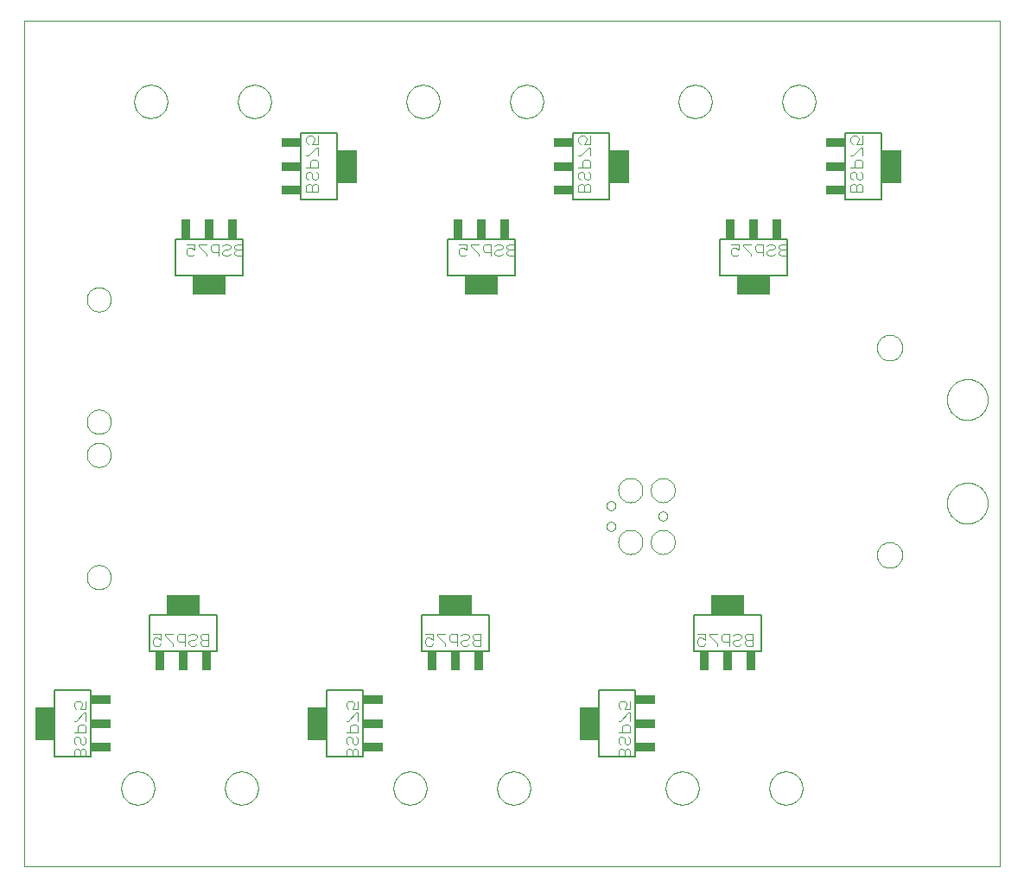
<source format=gbo>
G75*
%MOIN*%
%OFA0B0*%
%FSLAX24Y24*%
%IPPOS*%
%LPD*%
%AMOC8*
5,1,8,0,0,1.08239X$1,22.5*
%
%ADD10C,0.0000*%
%ADD11C,0.0080*%
%ADD12C,0.0040*%
%ADD13R,0.0730X0.1260*%
%ADD14R,0.0730X0.0340*%
%ADD15R,0.1260X0.0730*%
%ADD16R,0.0340X0.0730*%
D10*
X000100Y000204D02*
X000100Y032825D01*
X037720Y032825D01*
X037720Y000204D01*
X000100Y000204D01*
X003835Y003204D02*
X003837Y003254D01*
X003843Y003304D01*
X003853Y003353D01*
X003866Y003402D01*
X003884Y003449D01*
X003905Y003495D01*
X003929Y003538D01*
X003957Y003580D01*
X003988Y003620D01*
X004022Y003657D01*
X004059Y003691D01*
X004099Y003722D01*
X004141Y003750D01*
X004184Y003774D01*
X004230Y003795D01*
X004277Y003813D01*
X004326Y003826D01*
X004375Y003836D01*
X004425Y003842D01*
X004475Y003844D01*
X004525Y003842D01*
X004575Y003836D01*
X004624Y003826D01*
X004673Y003813D01*
X004720Y003795D01*
X004766Y003774D01*
X004809Y003750D01*
X004851Y003722D01*
X004891Y003691D01*
X004928Y003657D01*
X004962Y003620D01*
X004993Y003580D01*
X005021Y003538D01*
X005045Y003495D01*
X005066Y003449D01*
X005084Y003402D01*
X005097Y003353D01*
X005107Y003304D01*
X005113Y003254D01*
X005115Y003204D01*
X005113Y003154D01*
X005107Y003104D01*
X005097Y003055D01*
X005084Y003006D01*
X005066Y002959D01*
X005045Y002913D01*
X005021Y002870D01*
X004993Y002828D01*
X004962Y002788D01*
X004928Y002751D01*
X004891Y002717D01*
X004851Y002686D01*
X004809Y002658D01*
X004766Y002634D01*
X004720Y002613D01*
X004673Y002595D01*
X004624Y002582D01*
X004575Y002572D01*
X004525Y002566D01*
X004475Y002564D01*
X004425Y002566D01*
X004375Y002572D01*
X004326Y002582D01*
X004277Y002595D01*
X004230Y002613D01*
X004184Y002634D01*
X004141Y002658D01*
X004099Y002686D01*
X004059Y002717D01*
X004022Y002751D01*
X003988Y002788D01*
X003957Y002828D01*
X003929Y002870D01*
X003905Y002913D01*
X003884Y002959D01*
X003866Y003006D01*
X003853Y003055D01*
X003843Y003104D01*
X003837Y003154D01*
X003835Y003204D01*
X007835Y003204D02*
X007837Y003254D01*
X007843Y003304D01*
X007853Y003353D01*
X007866Y003402D01*
X007884Y003449D01*
X007905Y003495D01*
X007929Y003538D01*
X007957Y003580D01*
X007988Y003620D01*
X008022Y003657D01*
X008059Y003691D01*
X008099Y003722D01*
X008141Y003750D01*
X008184Y003774D01*
X008230Y003795D01*
X008277Y003813D01*
X008326Y003826D01*
X008375Y003836D01*
X008425Y003842D01*
X008475Y003844D01*
X008525Y003842D01*
X008575Y003836D01*
X008624Y003826D01*
X008673Y003813D01*
X008720Y003795D01*
X008766Y003774D01*
X008809Y003750D01*
X008851Y003722D01*
X008891Y003691D01*
X008928Y003657D01*
X008962Y003620D01*
X008993Y003580D01*
X009021Y003538D01*
X009045Y003495D01*
X009066Y003449D01*
X009084Y003402D01*
X009097Y003353D01*
X009107Y003304D01*
X009113Y003254D01*
X009115Y003204D01*
X009113Y003154D01*
X009107Y003104D01*
X009097Y003055D01*
X009084Y003006D01*
X009066Y002959D01*
X009045Y002913D01*
X009021Y002870D01*
X008993Y002828D01*
X008962Y002788D01*
X008928Y002751D01*
X008891Y002717D01*
X008851Y002686D01*
X008809Y002658D01*
X008766Y002634D01*
X008720Y002613D01*
X008673Y002595D01*
X008624Y002582D01*
X008575Y002572D01*
X008525Y002566D01*
X008475Y002564D01*
X008425Y002566D01*
X008375Y002572D01*
X008326Y002582D01*
X008277Y002595D01*
X008230Y002613D01*
X008184Y002634D01*
X008141Y002658D01*
X008099Y002686D01*
X008059Y002717D01*
X008022Y002751D01*
X007988Y002788D01*
X007957Y002828D01*
X007929Y002870D01*
X007905Y002913D01*
X007884Y002959D01*
X007866Y003006D01*
X007853Y003055D01*
X007843Y003104D01*
X007837Y003154D01*
X007835Y003204D01*
X014335Y003204D02*
X014337Y003254D01*
X014343Y003304D01*
X014353Y003353D01*
X014366Y003402D01*
X014384Y003449D01*
X014405Y003495D01*
X014429Y003538D01*
X014457Y003580D01*
X014488Y003620D01*
X014522Y003657D01*
X014559Y003691D01*
X014599Y003722D01*
X014641Y003750D01*
X014684Y003774D01*
X014730Y003795D01*
X014777Y003813D01*
X014826Y003826D01*
X014875Y003836D01*
X014925Y003842D01*
X014975Y003844D01*
X015025Y003842D01*
X015075Y003836D01*
X015124Y003826D01*
X015173Y003813D01*
X015220Y003795D01*
X015266Y003774D01*
X015309Y003750D01*
X015351Y003722D01*
X015391Y003691D01*
X015428Y003657D01*
X015462Y003620D01*
X015493Y003580D01*
X015521Y003538D01*
X015545Y003495D01*
X015566Y003449D01*
X015584Y003402D01*
X015597Y003353D01*
X015607Y003304D01*
X015613Y003254D01*
X015615Y003204D01*
X015613Y003154D01*
X015607Y003104D01*
X015597Y003055D01*
X015584Y003006D01*
X015566Y002959D01*
X015545Y002913D01*
X015521Y002870D01*
X015493Y002828D01*
X015462Y002788D01*
X015428Y002751D01*
X015391Y002717D01*
X015351Y002686D01*
X015309Y002658D01*
X015266Y002634D01*
X015220Y002613D01*
X015173Y002595D01*
X015124Y002582D01*
X015075Y002572D01*
X015025Y002566D01*
X014975Y002564D01*
X014925Y002566D01*
X014875Y002572D01*
X014826Y002582D01*
X014777Y002595D01*
X014730Y002613D01*
X014684Y002634D01*
X014641Y002658D01*
X014599Y002686D01*
X014559Y002717D01*
X014522Y002751D01*
X014488Y002788D01*
X014457Y002828D01*
X014429Y002870D01*
X014405Y002913D01*
X014384Y002959D01*
X014366Y003006D01*
X014353Y003055D01*
X014343Y003104D01*
X014337Y003154D01*
X014335Y003204D01*
X018335Y003204D02*
X018337Y003254D01*
X018343Y003304D01*
X018353Y003353D01*
X018366Y003402D01*
X018384Y003449D01*
X018405Y003495D01*
X018429Y003538D01*
X018457Y003580D01*
X018488Y003620D01*
X018522Y003657D01*
X018559Y003691D01*
X018599Y003722D01*
X018641Y003750D01*
X018684Y003774D01*
X018730Y003795D01*
X018777Y003813D01*
X018826Y003826D01*
X018875Y003836D01*
X018925Y003842D01*
X018975Y003844D01*
X019025Y003842D01*
X019075Y003836D01*
X019124Y003826D01*
X019173Y003813D01*
X019220Y003795D01*
X019266Y003774D01*
X019309Y003750D01*
X019351Y003722D01*
X019391Y003691D01*
X019428Y003657D01*
X019462Y003620D01*
X019493Y003580D01*
X019521Y003538D01*
X019545Y003495D01*
X019566Y003449D01*
X019584Y003402D01*
X019597Y003353D01*
X019607Y003304D01*
X019613Y003254D01*
X019615Y003204D01*
X019613Y003154D01*
X019607Y003104D01*
X019597Y003055D01*
X019584Y003006D01*
X019566Y002959D01*
X019545Y002913D01*
X019521Y002870D01*
X019493Y002828D01*
X019462Y002788D01*
X019428Y002751D01*
X019391Y002717D01*
X019351Y002686D01*
X019309Y002658D01*
X019266Y002634D01*
X019220Y002613D01*
X019173Y002595D01*
X019124Y002582D01*
X019075Y002572D01*
X019025Y002566D01*
X018975Y002564D01*
X018925Y002566D01*
X018875Y002572D01*
X018826Y002582D01*
X018777Y002595D01*
X018730Y002613D01*
X018684Y002634D01*
X018641Y002658D01*
X018599Y002686D01*
X018559Y002717D01*
X018522Y002751D01*
X018488Y002788D01*
X018457Y002828D01*
X018429Y002870D01*
X018405Y002913D01*
X018384Y002959D01*
X018366Y003006D01*
X018353Y003055D01*
X018343Y003104D01*
X018337Y003154D01*
X018335Y003204D01*
X024835Y003204D02*
X024837Y003254D01*
X024843Y003304D01*
X024853Y003353D01*
X024866Y003402D01*
X024884Y003449D01*
X024905Y003495D01*
X024929Y003538D01*
X024957Y003580D01*
X024988Y003620D01*
X025022Y003657D01*
X025059Y003691D01*
X025099Y003722D01*
X025141Y003750D01*
X025184Y003774D01*
X025230Y003795D01*
X025277Y003813D01*
X025326Y003826D01*
X025375Y003836D01*
X025425Y003842D01*
X025475Y003844D01*
X025525Y003842D01*
X025575Y003836D01*
X025624Y003826D01*
X025673Y003813D01*
X025720Y003795D01*
X025766Y003774D01*
X025809Y003750D01*
X025851Y003722D01*
X025891Y003691D01*
X025928Y003657D01*
X025962Y003620D01*
X025993Y003580D01*
X026021Y003538D01*
X026045Y003495D01*
X026066Y003449D01*
X026084Y003402D01*
X026097Y003353D01*
X026107Y003304D01*
X026113Y003254D01*
X026115Y003204D01*
X026113Y003154D01*
X026107Y003104D01*
X026097Y003055D01*
X026084Y003006D01*
X026066Y002959D01*
X026045Y002913D01*
X026021Y002870D01*
X025993Y002828D01*
X025962Y002788D01*
X025928Y002751D01*
X025891Y002717D01*
X025851Y002686D01*
X025809Y002658D01*
X025766Y002634D01*
X025720Y002613D01*
X025673Y002595D01*
X025624Y002582D01*
X025575Y002572D01*
X025525Y002566D01*
X025475Y002564D01*
X025425Y002566D01*
X025375Y002572D01*
X025326Y002582D01*
X025277Y002595D01*
X025230Y002613D01*
X025184Y002634D01*
X025141Y002658D01*
X025099Y002686D01*
X025059Y002717D01*
X025022Y002751D01*
X024988Y002788D01*
X024957Y002828D01*
X024929Y002870D01*
X024905Y002913D01*
X024884Y002959D01*
X024866Y003006D01*
X024853Y003055D01*
X024843Y003104D01*
X024837Y003154D01*
X024835Y003204D01*
X028835Y003204D02*
X028837Y003254D01*
X028843Y003304D01*
X028853Y003353D01*
X028866Y003402D01*
X028884Y003449D01*
X028905Y003495D01*
X028929Y003538D01*
X028957Y003580D01*
X028988Y003620D01*
X029022Y003657D01*
X029059Y003691D01*
X029099Y003722D01*
X029141Y003750D01*
X029184Y003774D01*
X029230Y003795D01*
X029277Y003813D01*
X029326Y003826D01*
X029375Y003836D01*
X029425Y003842D01*
X029475Y003844D01*
X029525Y003842D01*
X029575Y003836D01*
X029624Y003826D01*
X029673Y003813D01*
X029720Y003795D01*
X029766Y003774D01*
X029809Y003750D01*
X029851Y003722D01*
X029891Y003691D01*
X029928Y003657D01*
X029962Y003620D01*
X029993Y003580D01*
X030021Y003538D01*
X030045Y003495D01*
X030066Y003449D01*
X030084Y003402D01*
X030097Y003353D01*
X030107Y003304D01*
X030113Y003254D01*
X030115Y003204D01*
X030113Y003154D01*
X030107Y003104D01*
X030097Y003055D01*
X030084Y003006D01*
X030066Y002959D01*
X030045Y002913D01*
X030021Y002870D01*
X029993Y002828D01*
X029962Y002788D01*
X029928Y002751D01*
X029891Y002717D01*
X029851Y002686D01*
X029809Y002658D01*
X029766Y002634D01*
X029720Y002613D01*
X029673Y002595D01*
X029624Y002582D01*
X029575Y002572D01*
X029525Y002566D01*
X029475Y002564D01*
X029425Y002566D01*
X029375Y002572D01*
X029326Y002582D01*
X029277Y002595D01*
X029230Y002613D01*
X029184Y002634D01*
X029141Y002658D01*
X029099Y002686D01*
X029059Y002717D01*
X029022Y002751D01*
X028988Y002788D01*
X028957Y002828D01*
X028929Y002870D01*
X028905Y002913D01*
X028884Y002959D01*
X028866Y003006D01*
X028853Y003055D01*
X028843Y003104D01*
X028837Y003154D01*
X028835Y003204D01*
X032983Y012204D02*
X032985Y012248D01*
X032991Y012292D01*
X033001Y012335D01*
X033014Y012377D01*
X033032Y012417D01*
X033053Y012456D01*
X033077Y012493D01*
X033104Y012528D01*
X033135Y012560D01*
X033168Y012589D01*
X033204Y012615D01*
X033242Y012637D01*
X033282Y012656D01*
X033323Y012672D01*
X033366Y012684D01*
X033409Y012692D01*
X033453Y012696D01*
X033497Y012696D01*
X033541Y012692D01*
X033584Y012684D01*
X033627Y012672D01*
X033668Y012656D01*
X033708Y012637D01*
X033746Y012615D01*
X033782Y012589D01*
X033815Y012560D01*
X033846Y012528D01*
X033873Y012493D01*
X033897Y012456D01*
X033918Y012417D01*
X033936Y012377D01*
X033949Y012335D01*
X033959Y012292D01*
X033965Y012248D01*
X033967Y012204D01*
X033965Y012160D01*
X033959Y012116D01*
X033949Y012073D01*
X033936Y012031D01*
X033918Y011991D01*
X033897Y011952D01*
X033873Y011915D01*
X033846Y011880D01*
X033815Y011848D01*
X033782Y011819D01*
X033746Y011793D01*
X033708Y011771D01*
X033668Y011752D01*
X033627Y011736D01*
X033584Y011724D01*
X033541Y011716D01*
X033497Y011712D01*
X033453Y011712D01*
X033409Y011716D01*
X033366Y011724D01*
X033323Y011736D01*
X033282Y011752D01*
X033242Y011771D01*
X033204Y011793D01*
X033168Y011819D01*
X033135Y011848D01*
X033104Y011880D01*
X033077Y011915D01*
X033053Y011952D01*
X033032Y011991D01*
X033014Y012031D01*
X033001Y012073D01*
X032991Y012116D01*
X032985Y012160D01*
X032983Y012204D01*
X035688Y014204D02*
X035690Y014260D01*
X035696Y014315D01*
X035706Y014369D01*
X035719Y014423D01*
X035737Y014476D01*
X035758Y014527D01*
X035782Y014577D01*
X035810Y014625D01*
X035842Y014671D01*
X035876Y014715D01*
X035914Y014756D01*
X035954Y014794D01*
X035997Y014829D01*
X036042Y014861D01*
X036090Y014890D01*
X036139Y014916D01*
X036190Y014938D01*
X036242Y014956D01*
X036296Y014970D01*
X036351Y014981D01*
X036406Y014988D01*
X036461Y014991D01*
X036517Y014990D01*
X036572Y014985D01*
X036627Y014976D01*
X036681Y014964D01*
X036734Y014947D01*
X036786Y014927D01*
X036836Y014903D01*
X036884Y014876D01*
X036931Y014846D01*
X036975Y014812D01*
X037017Y014775D01*
X037055Y014735D01*
X037092Y014693D01*
X037125Y014648D01*
X037154Y014602D01*
X037181Y014553D01*
X037203Y014502D01*
X037223Y014450D01*
X037238Y014396D01*
X037250Y014342D01*
X037258Y014287D01*
X037262Y014232D01*
X037262Y014176D01*
X037258Y014121D01*
X037250Y014066D01*
X037238Y014012D01*
X037223Y013958D01*
X037203Y013906D01*
X037181Y013855D01*
X037154Y013806D01*
X037125Y013760D01*
X037092Y013715D01*
X037055Y013673D01*
X037017Y013633D01*
X036975Y013596D01*
X036931Y013562D01*
X036884Y013532D01*
X036836Y013505D01*
X036786Y013481D01*
X036734Y013461D01*
X036681Y013444D01*
X036627Y013432D01*
X036572Y013423D01*
X036517Y013418D01*
X036461Y013417D01*
X036406Y013420D01*
X036351Y013427D01*
X036296Y013438D01*
X036242Y013452D01*
X036190Y013470D01*
X036139Y013492D01*
X036090Y013518D01*
X036042Y013547D01*
X035997Y013579D01*
X035954Y013614D01*
X035914Y013652D01*
X035876Y013693D01*
X035842Y013737D01*
X035810Y013783D01*
X035782Y013831D01*
X035758Y013881D01*
X035737Y013932D01*
X035719Y013985D01*
X035706Y014039D01*
X035696Y014093D01*
X035690Y014148D01*
X035688Y014204D01*
X035688Y018204D02*
X035690Y018260D01*
X035696Y018315D01*
X035706Y018369D01*
X035719Y018423D01*
X035737Y018476D01*
X035758Y018527D01*
X035782Y018577D01*
X035810Y018625D01*
X035842Y018671D01*
X035876Y018715D01*
X035914Y018756D01*
X035954Y018794D01*
X035997Y018829D01*
X036042Y018861D01*
X036090Y018890D01*
X036139Y018916D01*
X036190Y018938D01*
X036242Y018956D01*
X036296Y018970D01*
X036351Y018981D01*
X036406Y018988D01*
X036461Y018991D01*
X036517Y018990D01*
X036572Y018985D01*
X036627Y018976D01*
X036681Y018964D01*
X036734Y018947D01*
X036786Y018927D01*
X036836Y018903D01*
X036884Y018876D01*
X036931Y018846D01*
X036975Y018812D01*
X037017Y018775D01*
X037055Y018735D01*
X037092Y018693D01*
X037125Y018648D01*
X037154Y018602D01*
X037181Y018553D01*
X037203Y018502D01*
X037223Y018450D01*
X037238Y018396D01*
X037250Y018342D01*
X037258Y018287D01*
X037262Y018232D01*
X037262Y018176D01*
X037258Y018121D01*
X037250Y018066D01*
X037238Y018012D01*
X037223Y017958D01*
X037203Y017906D01*
X037181Y017855D01*
X037154Y017806D01*
X037125Y017760D01*
X037092Y017715D01*
X037055Y017673D01*
X037017Y017633D01*
X036975Y017596D01*
X036931Y017562D01*
X036884Y017532D01*
X036836Y017505D01*
X036786Y017481D01*
X036734Y017461D01*
X036681Y017444D01*
X036627Y017432D01*
X036572Y017423D01*
X036517Y017418D01*
X036461Y017417D01*
X036406Y017420D01*
X036351Y017427D01*
X036296Y017438D01*
X036242Y017452D01*
X036190Y017470D01*
X036139Y017492D01*
X036090Y017518D01*
X036042Y017547D01*
X035997Y017579D01*
X035954Y017614D01*
X035914Y017652D01*
X035876Y017693D01*
X035842Y017737D01*
X035810Y017783D01*
X035782Y017831D01*
X035758Y017881D01*
X035737Y017932D01*
X035719Y017985D01*
X035706Y018039D01*
X035696Y018093D01*
X035690Y018148D01*
X035688Y018204D01*
X032983Y020204D02*
X032985Y020248D01*
X032991Y020292D01*
X033001Y020335D01*
X033014Y020377D01*
X033032Y020417D01*
X033053Y020456D01*
X033077Y020493D01*
X033104Y020528D01*
X033135Y020560D01*
X033168Y020589D01*
X033204Y020615D01*
X033242Y020637D01*
X033282Y020656D01*
X033323Y020672D01*
X033366Y020684D01*
X033409Y020692D01*
X033453Y020696D01*
X033497Y020696D01*
X033541Y020692D01*
X033584Y020684D01*
X033627Y020672D01*
X033668Y020656D01*
X033708Y020637D01*
X033746Y020615D01*
X033782Y020589D01*
X033815Y020560D01*
X033846Y020528D01*
X033873Y020493D01*
X033897Y020456D01*
X033918Y020417D01*
X033936Y020377D01*
X033949Y020335D01*
X033959Y020292D01*
X033965Y020248D01*
X033967Y020204D01*
X033965Y020160D01*
X033959Y020116D01*
X033949Y020073D01*
X033936Y020031D01*
X033918Y019991D01*
X033897Y019952D01*
X033873Y019915D01*
X033846Y019880D01*
X033815Y019848D01*
X033782Y019819D01*
X033746Y019793D01*
X033708Y019771D01*
X033668Y019752D01*
X033627Y019736D01*
X033584Y019724D01*
X033541Y019716D01*
X033497Y019712D01*
X033453Y019712D01*
X033409Y019716D01*
X033366Y019724D01*
X033323Y019736D01*
X033282Y019752D01*
X033242Y019771D01*
X033204Y019793D01*
X033168Y019819D01*
X033135Y019848D01*
X033104Y019880D01*
X033077Y019915D01*
X033053Y019952D01*
X033032Y019991D01*
X033014Y020031D01*
X033001Y020073D01*
X032991Y020116D01*
X032985Y020160D01*
X032983Y020204D01*
X024258Y014704D02*
X024260Y014747D01*
X024266Y014790D01*
X024276Y014832D01*
X024290Y014873D01*
X024307Y014912D01*
X024328Y014950D01*
X024352Y014985D01*
X024380Y015019D01*
X024410Y015049D01*
X024444Y015077D01*
X024479Y015101D01*
X024517Y015122D01*
X024556Y015139D01*
X024597Y015153D01*
X024639Y015163D01*
X024682Y015169D01*
X024725Y015171D01*
X024768Y015169D01*
X024811Y015163D01*
X024853Y015153D01*
X024894Y015139D01*
X024933Y015122D01*
X024971Y015101D01*
X025006Y015077D01*
X025040Y015049D01*
X025070Y015019D01*
X025098Y014985D01*
X025122Y014950D01*
X025143Y014912D01*
X025160Y014873D01*
X025174Y014832D01*
X025184Y014790D01*
X025190Y014747D01*
X025192Y014704D01*
X025190Y014661D01*
X025184Y014618D01*
X025174Y014576D01*
X025160Y014535D01*
X025143Y014496D01*
X025122Y014458D01*
X025098Y014423D01*
X025070Y014389D01*
X025040Y014359D01*
X025006Y014331D01*
X024971Y014307D01*
X024933Y014286D01*
X024894Y014269D01*
X024853Y014255D01*
X024811Y014245D01*
X024768Y014239D01*
X024725Y014237D01*
X024682Y014239D01*
X024639Y014245D01*
X024597Y014255D01*
X024556Y014269D01*
X024517Y014286D01*
X024479Y014307D01*
X024444Y014331D01*
X024410Y014359D01*
X024380Y014389D01*
X024352Y014423D01*
X024328Y014458D01*
X024307Y014496D01*
X024290Y014535D01*
X024276Y014576D01*
X024266Y014618D01*
X024260Y014661D01*
X024258Y014704D01*
X023008Y014704D02*
X023010Y014747D01*
X023016Y014790D01*
X023026Y014832D01*
X023040Y014873D01*
X023057Y014912D01*
X023078Y014950D01*
X023102Y014985D01*
X023130Y015019D01*
X023160Y015049D01*
X023194Y015077D01*
X023229Y015101D01*
X023267Y015122D01*
X023306Y015139D01*
X023347Y015153D01*
X023389Y015163D01*
X023432Y015169D01*
X023475Y015171D01*
X023518Y015169D01*
X023561Y015163D01*
X023603Y015153D01*
X023644Y015139D01*
X023683Y015122D01*
X023721Y015101D01*
X023756Y015077D01*
X023790Y015049D01*
X023820Y015019D01*
X023848Y014985D01*
X023872Y014950D01*
X023893Y014912D01*
X023910Y014873D01*
X023924Y014832D01*
X023934Y014790D01*
X023940Y014747D01*
X023942Y014704D01*
X023940Y014661D01*
X023934Y014618D01*
X023924Y014576D01*
X023910Y014535D01*
X023893Y014496D01*
X023872Y014458D01*
X023848Y014423D01*
X023820Y014389D01*
X023790Y014359D01*
X023756Y014331D01*
X023721Y014307D01*
X023683Y014286D01*
X023644Y014269D01*
X023603Y014255D01*
X023561Y014245D01*
X023518Y014239D01*
X023475Y014237D01*
X023432Y014239D01*
X023389Y014245D01*
X023347Y014255D01*
X023306Y014269D01*
X023267Y014286D01*
X023229Y014307D01*
X023194Y014331D01*
X023160Y014359D01*
X023130Y014389D01*
X023102Y014423D01*
X023078Y014458D01*
X023057Y014496D01*
X023040Y014535D01*
X023026Y014576D01*
X023016Y014618D01*
X023010Y014661D01*
X023008Y014704D01*
X022550Y014104D02*
X022552Y014130D01*
X022558Y014156D01*
X022567Y014180D01*
X022580Y014203D01*
X022597Y014223D01*
X022616Y014241D01*
X022638Y014256D01*
X022661Y014267D01*
X022686Y014275D01*
X022712Y014279D01*
X022738Y014279D01*
X022764Y014275D01*
X022789Y014267D01*
X022813Y014256D01*
X022834Y014241D01*
X022853Y014223D01*
X022870Y014203D01*
X022883Y014180D01*
X022892Y014156D01*
X022898Y014130D01*
X022900Y014104D01*
X022898Y014078D01*
X022892Y014052D01*
X022883Y014028D01*
X022870Y014005D01*
X022853Y013985D01*
X022834Y013967D01*
X022812Y013952D01*
X022789Y013941D01*
X022764Y013933D01*
X022738Y013929D01*
X022712Y013929D01*
X022686Y013933D01*
X022661Y013941D01*
X022637Y013952D01*
X022616Y013967D01*
X022597Y013985D01*
X022580Y014005D01*
X022567Y014028D01*
X022558Y014052D01*
X022552Y014078D01*
X022550Y014104D01*
X022550Y013304D02*
X022552Y013330D01*
X022558Y013356D01*
X022567Y013380D01*
X022580Y013403D01*
X022597Y013423D01*
X022616Y013441D01*
X022638Y013456D01*
X022661Y013467D01*
X022686Y013475D01*
X022712Y013479D01*
X022738Y013479D01*
X022764Y013475D01*
X022789Y013467D01*
X022813Y013456D01*
X022834Y013441D01*
X022853Y013423D01*
X022870Y013403D01*
X022883Y013380D01*
X022892Y013356D01*
X022898Y013330D01*
X022900Y013304D01*
X022898Y013278D01*
X022892Y013252D01*
X022883Y013228D01*
X022870Y013205D01*
X022853Y013185D01*
X022834Y013167D01*
X022812Y013152D01*
X022789Y013141D01*
X022764Y013133D01*
X022738Y013129D01*
X022712Y013129D01*
X022686Y013133D01*
X022661Y013141D01*
X022637Y013152D01*
X022616Y013167D01*
X022597Y013185D01*
X022580Y013205D01*
X022567Y013228D01*
X022558Y013252D01*
X022552Y013278D01*
X022550Y013304D01*
X023008Y012704D02*
X023010Y012747D01*
X023016Y012790D01*
X023026Y012832D01*
X023040Y012873D01*
X023057Y012912D01*
X023078Y012950D01*
X023102Y012985D01*
X023130Y013019D01*
X023160Y013049D01*
X023194Y013077D01*
X023229Y013101D01*
X023267Y013122D01*
X023306Y013139D01*
X023347Y013153D01*
X023389Y013163D01*
X023432Y013169D01*
X023475Y013171D01*
X023518Y013169D01*
X023561Y013163D01*
X023603Y013153D01*
X023644Y013139D01*
X023683Y013122D01*
X023721Y013101D01*
X023756Y013077D01*
X023790Y013049D01*
X023820Y013019D01*
X023848Y012985D01*
X023872Y012950D01*
X023893Y012912D01*
X023910Y012873D01*
X023924Y012832D01*
X023934Y012790D01*
X023940Y012747D01*
X023942Y012704D01*
X023940Y012661D01*
X023934Y012618D01*
X023924Y012576D01*
X023910Y012535D01*
X023893Y012496D01*
X023872Y012458D01*
X023848Y012423D01*
X023820Y012389D01*
X023790Y012359D01*
X023756Y012331D01*
X023721Y012307D01*
X023683Y012286D01*
X023644Y012269D01*
X023603Y012255D01*
X023561Y012245D01*
X023518Y012239D01*
X023475Y012237D01*
X023432Y012239D01*
X023389Y012245D01*
X023347Y012255D01*
X023306Y012269D01*
X023267Y012286D01*
X023229Y012307D01*
X023194Y012331D01*
X023160Y012359D01*
X023130Y012389D01*
X023102Y012423D01*
X023078Y012458D01*
X023057Y012496D01*
X023040Y012535D01*
X023026Y012576D01*
X023016Y012618D01*
X023010Y012661D01*
X023008Y012704D01*
X024258Y012704D02*
X024260Y012747D01*
X024266Y012790D01*
X024276Y012832D01*
X024290Y012873D01*
X024307Y012912D01*
X024328Y012950D01*
X024352Y012985D01*
X024380Y013019D01*
X024410Y013049D01*
X024444Y013077D01*
X024479Y013101D01*
X024517Y013122D01*
X024556Y013139D01*
X024597Y013153D01*
X024639Y013163D01*
X024682Y013169D01*
X024725Y013171D01*
X024768Y013169D01*
X024811Y013163D01*
X024853Y013153D01*
X024894Y013139D01*
X024933Y013122D01*
X024971Y013101D01*
X025006Y013077D01*
X025040Y013049D01*
X025070Y013019D01*
X025098Y012985D01*
X025122Y012950D01*
X025143Y012912D01*
X025160Y012873D01*
X025174Y012832D01*
X025184Y012790D01*
X025190Y012747D01*
X025192Y012704D01*
X025190Y012661D01*
X025184Y012618D01*
X025174Y012576D01*
X025160Y012535D01*
X025143Y012496D01*
X025122Y012458D01*
X025098Y012423D01*
X025070Y012389D01*
X025040Y012359D01*
X025006Y012331D01*
X024971Y012307D01*
X024933Y012286D01*
X024894Y012269D01*
X024853Y012255D01*
X024811Y012245D01*
X024768Y012239D01*
X024725Y012237D01*
X024682Y012239D01*
X024639Y012245D01*
X024597Y012255D01*
X024556Y012269D01*
X024517Y012286D01*
X024479Y012307D01*
X024444Y012331D01*
X024410Y012359D01*
X024380Y012389D01*
X024352Y012423D01*
X024328Y012458D01*
X024307Y012496D01*
X024290Y012535D01*
X024276Y012576D01*
X024266Y012618D01*
X024260Y012661D01*
X024258Y012704D01*
X024550Y013704D02*
X024552Y013730D01*
X024558Y013756D01*
X024567Y013780D01*
X024580Y013803D01*
X024597Y013823D01*
X024616Y013841D01*
X024638Y013856D01*
X024661Y013867D01*
X024686Y013875D01*
X024712Y013879D01*
X024738Y013879D01*
X024764Y013875D01*
X024789Y013867D01*
X024813Y013856D01*
X024834Y013841D01*
X024853Y013823D01*
X024870Y013803D01*
X024883Y013780D01*
X024892Y013756D01*
X024898Y013730D01*
X024900Y013704D01*
X024898Y013678D01*
X024892Y013652D01*
X024883Y013628D01*
X024870Y013605D01*
X024853Y013585D01*
X024834Y013567D01*
X024812Y013552D01*
X024789Y013541D01*
X024764Y013533D01*
X024738Y013529D01*
X024712Y013529D01*
X024686Y013533D01*
X024661Y013541D01*
X024637Y013552D01*
X024616Y013567D01*
X024597Y013585D01*
X024580Y013605D01*
X024567Y013628D01*
X024558Y013652D01*
X024552Y013678D01*
X024550Y013704D01*
X025335Y029704D02*
X025337Y029754D01*
X025343Y029804D01*
X025353Y029853D01*
X025366Y029902D01*
X025384Y029949D01*
X025405Y029995D01*
X025429Y030038D01*
X025457Y030080D01*
X025488Y030120D01*
X025522Y030157D01*
X025559Y030191D01*
X025599Y030222D01*
X025641Y030250D01*
X025684Y030274D01*
X025730Y030295D01*
X025777Y030313D01*
X025826Y030326D01*
X025875Y030336D01*
X025925Y030342D01*
X025975Y030344D01*
X026025Y030342D01*
X026075Y030336D01*
X026124Y030326D01*
X026173Y030313D01*
X026220Y030295D01*
X026266Y030274D01*
X026309Y030250D01*
X026351Y030222D01*
X026391Y030191D01*
X026428Y030157D01*
X026462Y030120D01*
X026493Y030080D01*
X026521Y030038D01*
X026545Y029995D01*
X026566Y029949D01*
X026584Y029902D01*
X026597Y029853D01*
X026607Y029804D01*
X026613Y029754D01*
X026615Y029704D01*
X026613Y029654D01*
X026607Y029604D01*
X026597Y029555D01*
X026584Y029506D01*
X026566Y029459D01*
X026545Y029413D01*
X026521Y029370D01*
X026493Y029328D01*
X026462Y029288D01*
X026428Y029251D01*
X026391Y029217D01*
X026351Y029186D01*
X026309Y029158D01*
X026266Y029134D01*
X026220Y029113D01*
X026173Y029095D01*
X026124Y029082D01*
X026075Y029072D01*
X026025Y029066D01*
X025975Y029064D01*
X025925Y029066D01*
X025875Y029072D01*
X025826Y029082D01*
X025777Y029095D01*
X025730Y029113D01*
X025684Y029134D01*
X025641Y029158D01*
X025599Y029186D01*
X025559Y029217D01*
X025522Y029251D01*
X025488Y029288D01*
X025457Y029328D01*
X025429Y029370D01*
X025405Y029413D01*
X025384Y029459D01*
X025366Y029506D01*
X025353Y029555D01*
X025343Y029604D01*
X025337Y029654D01*
X025335Y029704D01*
X029335Y029704D02*
X029337Y029754D01*
X029343Y029804D01*
X029353Y029853D01*
X029366Y029902D01*
X029384Y029949D01*
X029405Y029995D01*
X029429Y030038D01*
X029457Y030080D01*
X029488Y030120D01*
X029522Y030157D01*
X029559Y030191D01*
X029599Y030222D01*
X029641Y030250D01*
X029684Y030274D01*
X029730Y030295D01*
X029777Y030313D01*
X029826Y030326D01*
X029875Y030336D01*
X029925Y030342D01*
X029975Y030344D01*
X030025Y030342D01*
X030075Y030336D01*
X030124Y030326D01*
X030173Y030313D01*
X030220Y030295D01*
X030266Y030274D01*
X030309Y030250D01*
X030351Y030222D01*
X030391Y030191D01*
X030428Y030157D01*
X030462Y030120D01*
X030493Y030080D01*
X030521Y030038D01*
X030545Y029995D01*
X030566Y029949D01*
X030584Y029902D01*
X030597Y029853D01*
X030607Y029804D01*
X030613Y029754D01*
X030615Y029704D01*
X030613Y029654D01*
X030607Y029604D01*
X030597Y029555D01*
X030584Y029506D01*
X030566Y029459D01*
X030545Y029413D01*
X030521Y029370D01*
X030493Y029328D01*
X030462Y029288D01*
X030428Y029251D01*
X030391Y029217D01*
X030351Y029186D01*
X030309Y029158D01*
X030266Y029134D01*
X030220Y029113D01*
X030173Y029095D01*
X030124Y029082D01*
X030075Y029072D01*
X030025Y029066D01*
X029975Y029064D01*
X029925Y029066D01*
X029875Y029072D01*
X029826Y029082D01*
X029777Y029095D01*
X029730Y029113D01*
X029684Y029134D01*
X029641Y029158D01*
X029599Y029186D01*
X029559Y029217D01*
X029522Y029251D01*
X029488Y029288D01*
X029457Y029328D01*
X029429Y029370D01*
X029405Y029413D01*
X029384Y029459D01*
X029366Y029506D01*
X029353Y029555D01*
X029343Y029604D01*
X029337Y029654D01*
X029335Y029704D01*
X018835Y029704D02*
X018837Y029754D01*
X018843Y029804D01*
X018853Y029853D01*
X018866Y029902D01*
X018884Y029949D01*
X018905Y029995D01*
X018929Y030038D01*
X018957Y030080D01*
X018988Y030120D01*
X019022Y030157D01*
X019059Y030191D01*
X019099Y030222D01*
X019141Y030250D01*
X019184Y030274D01*
X019230Y030295D01*
X019277Y030313D01*
X019326Y030326D01*
X019375Y030336D01*
X019425Y030342D01*
X019475Y030344D01*
X019525Y030342D01*
X019575Y030336D01*
X019624Y030326D01*
X019673Y030313D01*
X019720Y030295D01*
X019766Y030274D01*
X019809Y030250D01*
X019851Y030222D01*
X019891Y030191D01*
X019928Y030157D01*
X019962Y030120D01*
X019993Y030080D01*
X020021Y030038D01*
X020045Y029995D01*
X020066Y029949D01*
X020084Y029902D01*
X020097Y029853D01*
X020107Y029804D01*
X020113Y029754D01*
X020115Y029704D01*
X020113Y029654D01*
X020107Y029604D01*
X020097Y029555D01*
X020084Y029506D01*
X020066Y029459D01*
X020045Y029413D01*
X020021Y029370D01*
X019993Y029328D01*
X019962Y029288D01*
X019928Y029251D01*
X019891Y029217D01*
X019851Y029186D01*
X019809Y029158D01*
X019766Y029134D01*
X019720Y029113D01*
X019673Y029095D01*
X019624Y029082D01*
X019575Y029072D01*
X019525Y029066D01*
X019475Y029064D01*
X019425Y029066D01*
X019375Y029072D01*
X019326Y029082D01*
X019277Y029095D01*
X019230Y029113D01*
X019184Y029134D01*
X019141Y029158D01*
X019099Y029186D01*
X019059Y029217D01*
X019022Y029251D01*
X018988Y029288D01*
X018957Y029328D01*
X018929Y029370D01*
X018905Y029413D01*
X018884Y029459D01*
X018866Y029506D01*
X018853Y029555D01*
X018843Y029604D01*
X018837Y029654D01*
X018835Y029704D01*
X014835Y029704D02*
X014837Y029754D01*
X014843Y029804D01*
X014853Y029853D01*
X014866Y029902D01*
X014884Y029949D01*
X014905Y029995D01*
X014929Y030038D01*
X014957Y030080D01*
X014988Y030120D01*
X015022Y030157D01*
X015059Y030191D01*
X015099Y030222D01*
X015141Y030250D01*
X015184Y030274D01*
X015230Y030295D01*
X015277Y030313D01*
X015326Y030326D01*
X015375Y030336D01*
X015425Y030342D01*
X015475Y030344D01*
X015525Y030342D01*
X015575Y030336D01*
X015624Y030326D01*
X015673Y030313D01*
X015720Y030295D01*
X015766Y030274D01*
X015809Y030250D01*
X015851Y030222D01*
X015891Y030191D01*
X015928Y030157D01*
X015962Y030120D01*
X015993Y030080D01*
X016021Y030038D01*
X016045Y029995D01*
X016066Y029949D01*
X016084Y029902D01*
X016097Y029853D01*
X016107Y029804D01*
X016113Y029754D01*
X016115Y029704D01*
X016113Y029654D01*
X016107Y029604D01*
X016097Y029555D01*
X016084Y029506D01*
X016066Y029459D01*
X016045Y029413D01*
X016021Y029370D01*
X015993Y029328D01*
X015962Y029288D01*
X015928Y029251D01*
X015891Y029217D01*
X015851Y029186D01*
X015809Y029158D01*
X015766Y029134D01*
X015720Y029113D01*
X015673Y029095D01*
X015624Y029082D01*
X015575Y029072D01*
X015525Y029066D01*
X015475Y029064D01*
X015425Y029066D01*
X015375Y029072D01*
X015326Y029082D01*
X015277Y029095D01*
X015230Y029113D01*
X015184Y029134D01*
X015141Y029158D01*
X015099Y029186D01*
X015059Y029217D01*
X015022Y029251D01*
X014988Y029288D01*
X014957Y029328D01*
X014929Y029370D01*
X014905Y029413D01*
X014884Y029459D01*
X014866Y029506D01*
X014853Y029555D01*
X014843Y029604D01*
X014837Y029654D01*
X014835Y029704D01*
X008335Y029704D02*
X008337Y029754D01*
X008343Y029804D01*
X008353Y029853D01*
X008366Y029902D01*
X008384Y029949D01*
X008405Y029995D01*
X008429Y030038D01*
X008457Y030080D01*
X008488Y030120D01*
X008522Y030157D01*
X008559Y030191D01*
X008599Y030222D01*
X008641Y030250D01*
X008684Y030274D01*
X008730Y030295D01*
X008777Y030313D01*
X008826Y030326D01*
X008875Y030336D01*
X008925Y030342D01*
X008975Y030344D01*
X009025Y030342D01*
X009075Y030336D01*
X009124Y030326D01*
X009173Y030313D01*
X009220Y030295D01*
X009266Y030274D01*
X009309Y030250D01*
X009351Y030222D01*
X009391Y030191D01*
X009428Y030157D01*
X009462Y030120D01*
X009493Y030080D01*
X009521Y030038D01*
X009545Y029995D01*
X009566Y029949D01*
X009584Y029902D01*
X009597Y029853D01*
X009607Y029804D01*
X009613Y029754D01*
X009615Y029704D01*
X009613Y029654D01*
X009607Y029604D01*
X009597Y029555D01*
X009584Y029506D01*
X009566Y029459D01*
X009545Y029413D01*
X009521Y029370D01*
X009493Y029328D01*
X009462Y029288D01*
X009428Y029251D01*
X009391Y029217D01*
X009351Y029186D01*
X009309Y029158D01*
X009266Y029134D01*
X009220Y029113D01*
X009173Y029095D01*
X009124Y029082D01*
X009075Y029072D01*
X009025Y029066D01*
X008975Y029064D01*
X008925Y029066D01*
X008875Y029072D01*
X008826Y029082D01*
X008777Y029095D01*
X008730Y029113D01*
X008684Y029134D01*
X008641Y029158D01*
X008599Y029186D01*
X008559Y029217D01*
X008522Y029251D01*
X008488Y029288D01*
X008457Y029328D01*
X008429Y029370D01*
X008405Y029413D01*
X008384Y029459D01*
X008366Y029506D01*
X008353Y029555D01*
X008343Y029604D01*
X008337Y029654D01*
X008335Y029704D01*
X004335Y029704D02*
X004337Y029754D01*
X004343Y029804D01*
X004353Y029853D01*
X004366Y029902D01*
X004384Y029949D01*
X004405Y029995D01*
X004429Y030038D01*
X004457Y030080D01*
X004488Y030120D01*
X004522Y030157D01*
X004559Y030191D01*
X004599Y030222D01*
X004641Y030250D01*
X004684Y030274D01*
X004730Y030295D01*
X004777Y030313D01*
X004826Y030326D01*
X004875Y030336D01*
X004925Y030342D01*
X004975Y030344D01*
X005025Y030342D01*
X005075Y030336D01*
X005124Y030326D01*
X005173Y030313D01*
X005220Y030295D01*
X005266Y030274D01*
X005309Y030250D01*
X005351Y030222D01*
X005391Y030191D01*
X005428Y030157D01*
X005462Y030120D01*
X005493Y030080D01*
X005521Y030038D01*
X005545Y029995D01*
X005566Y029949D01*
X005584Y029902D01*
X005597Y029853D01*
X005607Y029804D01*
X005613Y029754D01*
X005615Y029704D01*
X005613Y029654D01*
X005607Y029604D01*
X005597Y029555D01*
X005584Y029506D01*
X005566Y029459D01*
X005545Y029413D01*
X005521Y029370D01*
X005493Y029328D01*
X005462Y029288D01*
X005428Y029251D01*
X005391Y029217D01*
X005351Y029186D01*
X005309Y029158D01*
X005266Y029134D01*
X005220Y029113D01*
X005173Y029095D01*
X005124Y029082D01*
X005075Y029072D01*
X005025Y029066D01*
X004975Y029064D01*
X004925Y029066D01*
X004875Y029072D01*
X004826Y029082D01*
X004777Y029095D01*
X004730Y029113D01*
X004684Y029134D01*
X004641Y029158D01*
X004599Y029186D01*
X004559Y029217D01*
X004522Y029251D01*
X004488Y029288D01*
X004457Y029328D01*
X004429Y029370D01*
X004405Y029413D01*
X004384Y029459D01*
X004366Y029506D01*
X004353Y029555D01*
X004343Y029604D01*
X004337Y029654D01*
X004335Y029704D01*
X002510Y022066D02*
X002512Y022109D01*
X002518Y022151D01*
X002528Y022193D01*
X002541Y022234D01*
X002559Y022273D01*
X002580Y022311D01*
X002604Y022346D01*
X002631Y022379D01*
X002662Y022410D01*
X002695Y022437D01*
X002730Y022461D01*
X002768Y022482D01*
X002807Y022500D01*
X002848Y022513D01*
X002890Y022523D01*
X002932Y022529D01*
X002975Y022531D01*
X003018Y022529D01*
X003060Y022523D01*
X003102Y022513D01*
X003143Y022500D01*
X003182Y022482D01*
X003220Y022461D01*
X003255Y022437D01*
X003288Y022410D01*
X003319Y022379D01*
X003346Y022346D01*
X003370Y022311D01*
X003391Y022273D01*
X003409Y022234D01*
X003422Y022193D01*
X003432Y022151D01*
X003438Y022109D01*
X003440Y022066D01*
X003438Y022023D01*
X003432Y021981D01*
X003422Y021939D01*
X003409Y021898D01*
X003391Y021859D01*
X003370Y021821D01*
X003346Y021786D01*
X003319Y021753D01*
X003288Y021722D01*
X003255Y021695D01*
X003220Y021671D01*
X003182Y021650D01*
X003143Y021632D01*
X003102Y021619D01*
X003060Y021609D01*
X003018Y021603D01*
X002975Y021601D01*
X002932Y021603D01*
X002890Y021609D01*
X002848Y021619D01*
X002807Y021632D01*
X002768Y021650D01*
X002730Y021671D01*
X002695Y021695D01*
X002662Y021722D01*
X002631Y021753D01*
X002604Y021786D01*
X002580Y021821D01*
X002559Y021859D01*
X002541Y021898D01*
X002528Y021939D01*
X002518Y021981D01*
X002512Y022023D01*
X002510Y022066D01*
X002510Y017342D02*
X002512Y017385D01*
X002518Y017427D01*
X002528Y017469D01*
X002541Y017510D01*
X002559Y017549D01*
X002580Y017587D01*
X002604Y017622D01*
X002631Y017655D01*
X002662Y017686D01*
X002695Y017713D01*
X002730Y017737D01*
X002768Y017758D01*
X002807Y017776D01*
X002848Y017789D01*
X002890Y017799D01*
X002932Y017805D01*
X002975Y017807D01*
X003018Y017805D01*
X003060Y017799D01*
X003102Y017789D01*
X003143Y017776D01*
X003182Y017758D01*
X003220Y017737D01*
X003255Y017713D01*
X003288Y017686D01*
X003319Y017655D01*
X003346Y017622D01*
X003370Y017587D01*
X003391Y017549D01*
X003409Y017510D01*
X003422Y017469D01*
X003432Y017427D01*
X003438Y017385D01*
X003440Y017342D01*
X003438Y017299D01*
X003432Y017257D01*
X003422Y017215D01*
X003409Y017174D01*
X003391Y017135D01*
X003370Y017097D01*
X003346Y017062D01*
X003319Y017029D01*
X003288Y016998D01*
X003255Y016971D01*
X003220Y016947D01*
X003182Y016926D01*
X003143Y016908D01*
X003102Y016895D01*
X003060Y016885D01*
X003018Y016879D01*
X002975Y016877D01*
X002932Y016879D01*
X002890Y016885D01*
X002848Y016895D01*
X002807Y016908D01*
X002768Y016926D01*
X002730Y016947D01*
X002695Y016971D01*
X002662Y016998D01*
X002631Y017029D01*
X002604Y017062D01*
X002580Y017097D01*
X002559Y017135D01*
X002541Y017174D01*
X002528Y017215D01*
X002518Y017257D01*
X002512Y017299D01*
X002510Y017342D01*
X002510Y016066D02*
X002512Y016109D01*
X002518Y016151D01*
X002528Y016193D01*
X002541Y016234D01*
X002559Y016273D01*
X002580Y016311D01*
X002604Y016346D01*
X002631Y016379D01*
X002662Y016410D01*
X002695Y016437D01*
X002730Y016461D01*
X002768Y016482D01*
X002807Y016500D01*
X002848Y016513D01*
X002890Y016523D01*
X002932Y016529D01*
X002975Y016531D01*
X003018Y016529D01*
X003060Y016523D01*
X003102Y016513D01*
X003143Y016500D01*
X003182Y016482D01*
X003220Y016461D01*
X003255Y016437D01*
X003288Y016410D01*
X003319Y016379D01*
X003346Y016346D01*
X003370Y016311D01*
X003391Y016273D01*
X003409Y016234D01*
X003422Y016193D01*
X003432Y016151D01*
X003438Y016109D01*
X003440Y016066D01*
X003438Y016023D01*
X003432Y015981D01*
X003422Y015939D01*
X003409Y015898D01*
X003391Y015859D01*
X003370Y015821D01*
X003346Y015786D01*
X003319Y015753D01*
X003288Y015722D01*
X003255Y015695D01*
X003220Y015671D01*
X003182Y015650D01*
X003143Y015632D01*
X003102Y015619D01*
X003060Y015609D01*
X003018Y015603D01*
X002975Y015601D01*
X002932Y015603D01*
X002890Y015609D01*
X002848Y015619D01*
X002807Y015632D01*
X002768Y015650D01*
X002730Y015671D01*
X002695Y015695D01*
X002662Y015722D01*
X002631Y015753D01*
X002604Y015786D01*
X002580Y015821D01*
X002559Y015859D01*
X002541Y015898D01*
X002528Y015939D01*
X002518Y015981D01*
X002512Y016023D01*
X002510Y016066D01*
X002510Y011342D02*
X002512Y011385D01*
X002518Y011427D01*
X002528Y011469D01*
X002541Y011510D01*
X002559Y011549D01*
X002580Y011587D01*
X002604Y011622D01*
X002631Y011655D01*
X002662Y011686D01*
X002695Y011713D01*
X002730Y011737D01*
X002768Y011758D01*
X002807Y011776D01*
X002848Y011789D01*
X002890Y011799D01*
X002932Y011805D01*
X002975Y011807D01*
X003018Y011805D01*
X003060Y011799D01*
X003102Y011789D01*
X003143Y011776D01*
X003182Y011758D01*
X003220Y011737D01*
X003255Y011713D01*
X003288Y011686D01*
X003319Y011655D01*
X003346Y011622D01*
X003370Y011587D01*
X003391Y011549D01*
X003409Y011510D01*
X003422Y011469D01*
X003432Y011427D01*
X003438Y011385D01*
X003440Y011342D01*
X003438Y011299D01*
X003432Y011257D01*
X003422Y011215D01*
X003409Y011174D01*
X003391Y011135D01*
X003370Y011097D01*
X003346Y011062D01*
X003319Y011029D01*
X003288Y010998D01*
X003255Y010971D01*
X003220Y010947D01*
X003182Y010926D01*
X003143Y010908D01*
X003102Y010895D01*
X003060Y010885D01*
X003018Y010879D01*
X002975Y010877D01*
X002932Y010879D01*
X002890Y010885D01*
X002848Y010895D01*
X002807Y010908D01*
X002768Y010926D01*
X002730Y010947D01*
X002695Y010971D01*
X002662Y010998D01*
X002631Y011029D01*
X002604Y011062D01*
X002580Y011097D01*
X002559Y011135D01*
X002541Y011174D01*
X002528Y011215D01*
X002518Y011257D01*
X002512Y011299D01*
X002510Y011342D01*
D11*
X004935Y009904D02*
X007515Y009904D01*
X007515Y008504D01*
X004935Y008504D01*
X004935Y009904D01*
X002675Y006994D02*
X001275Y006994D01*
X001275Y004414D01*
X002675Y004414D01*
X002675Y006994D01*
X011775Y006994D02*
X011775Y004414D01*
X013175Y004414D01*
X013175Y006994D01*
X011775Y006994D01*
X015435Y008504D02*
X015435Y009904D01*
X018015Y009904D01*
X018015Y008504D01*
X015435Y008504D01*
X022275Y006994D02*
X022275Y004414D01*
X023675Y004414D01*
X023675Y006994D01*
X022275Y006994D01*
X025935Y008504D02*
X028515Y008504D01*
X028515Y009904D01*
X025935Y009904D01*
X025935Y008504D01*
X026935Y023004D02*
X029515Y023004D01*
X029515Y024404D01*
X026935Y024404D01*
X026935Y023004D01*
X022675Y025914D02*
X022675Y028494D01*
X021275Y028494D01*
X021275Y025914D01*
X022675Y025914D01*
X019015Y024404D02*
X019015Y023004D01*
X016435Y023004D01*
X016435Y024404D01*
X019015Y024404D01*
X012175Y025914D02*
X012175Y028494D01*
X010775Y028494D01*
X010775Y025914D01*
X012175Y025914D01*
X008515Y024404D02*
X008515Y023004D01*
X005935Y023004D01*
X005935Y024404D01*
X008515Y024404D01*
X031775Y025914D02*
X033175Y025914D01*
X033175Y028494D01*
X031775Y028494D01*
X031775Y025914D01*
D12*
X031975Y026224D02*
X031975Y026454D01*
X032052Y026531D01*
X032128Y026531D01*
X032205Y026454D01*
X032205Y026224D01*
X032205Y026454D02*
X032282Y026531D01*
X032359Y026531D01*
X032435Y026454D01*
X032435Y026224D01*
X031975Y026224D01*
X032052Y026684D02*
X031975Y026761D01*
X031975Y026914D01*
X032052Y026991D01*
X032128Y026991D01*
X032205Y026914D01*
X032205Y026761D01*
X032282Y026684D01*
X032359Y026684D01*
X032435Y026761D01*
X032435Y026914D01*
X032359Y026991D01*
X032435Y027145D02*
X031975Y027145D01*
X032128Y027145D02*
X032128Y027375D01*
X032205Y027451D01*
X032359Y027451D01*
X032435Y027375D01*
X032435Y027145D01*
X032435Y027605D02*
X032435Y027912D01*
X032359Y027912D01*
X032052Y027605D01*
X031975Y027605D01*
X032052Y028065D02*
X031975Y028142D01*
X031975Y028296D01*
X032052Y028372D01*
X032205Y028372D01*
X032282Y028296D01*
X032282Y028219D01*
X032205Y028065D01*
X032435Y028065D01*
X032435Y028372D01*
X029507Y024204D02*
X029277Y024204D01*
X029200Y024127D01*
X029200Y024051D01*
X029277Y023974D01*
X029507Y023974D01*
X029507Y023744D02*
X029507Y024204D01*
X029277Y023974D02*
X029200Y023897D01*
X029200Y023821D01*
X029277Y023744D01*
X029507Y023744D01*
X029047Y023821D02*
X028970Y023744D01*
X028816Y023744D01*
X028740Y023821D01*
X028740Y023897D01*
X028816Y023974D01*
X028970Y023974D01*
X029047Y024051D01*
X029047Y024127D01*
X028970Y024204D01*
X028816Y024204D01*
X028740Y024127D01*
X028586Y024204D02*
X028356Y024204D01*
X028279Y024127D01*
X028279Y023974D01*
X028356Y023897D01*
X028586Y023897D01*
X028586Y023744D02*
X028586Y024204D01*
X028126Y024204D02*
X027819Y024204D01*
X027819Y024127D01*
X028126Y023821D01*
X028126Y023744D01*
X027665Y023821D02*
X027589Y023744D01*
X027435Y023744D01*
X027358Y023821D01*
X027358Y023974D01*
X027435Y024051D01*
X027512Y024051D01*
X027665Y023974D01*
X027665Y024204D01*
X027358Y024204D01*
X021935Y026224D02*
X021935Y026454D01*
X021859Y026531D01*
X021782Y026531D01*
X021705Y026454D01*
X021705Y026224D01*
X021705Y026454D02*
X021628Y026531D01*
X021552Y026531D01*
X021475Y026454D01*
X021475Y026224D01*
X021935Y026224D01*
X021859Y026684D02*
X021782Y026684D01*
X021705Y026761D01*
X021705Y026914D01*
X021628Y026991D01*
X021552Y026991D01*
X021475Y026914D01*
X021475Y026761D01*
X021552Y026684D01*
X021859Y026684D02*
X021935Y026761D01*
X021935Y026914D01*
X021859Y026991D01*
X021935Y027145D02*
X021475Y027145D01*
X021628Y027145D02*
X021628Y027375D01*
X021705Y027451D01*
X021859Y027451D01*
X021935Y027375D01*
X021935Y027145D01*
X021935Y027605D02*
X021935Y027912D01*
X021859Y027912D01*
X021552Y027605D01*
X021475Y027605D01*
X021552Y028065D02*
X021475Y028142D01*
X021475Y028296D01*
X021552Y028372D01*
X021705Y028372D01*
X021782Y028296D01*
X021782Y028219D01*
X021705Y028065D01*
X021935Y028065D01*
X021935Y028372D01*
X019007Y024204D02*
X018777Y024204D01*
X018700Y024127D01*
X018700Y024051D01*
X018777Y023974D01*
X019007Y023974D01*
X019007Y023744D02*
X019007Y024204D01*
X018777Y023974D02*
X018700Y023897D01*
X018700Y023821D01*
X018777Y023744D01*
X019007Y023744D01*
X018547Y023821D02*
X018470Y023744D01*
X018316Y023744D01*
X018240Y023821D01*
X018240Y023897D01*
X018316Y023974D01*
X018470Y023974D01*
X018547Y024051D01*
X018547Y024127D01*
X018470Y024204D01*
X018316Y024204D01*
X018240Y024127D01*
X018086Y024204D02*
X018086Y023744D01*
X018086Y023897D02*
X017856Y023897D01*
X017779Y023974D01*
X017779Y024127D01*
X017856Y024204D01*
X018086Y024204D01*
X017626Y024204D02*
X017319Y024204D01*
X017319Y024127D01*
X017626Y023821D01*
X017626Y023744D01*
X017165Y023821D02*
X017089Y023744D01*
X016935Y023744D01*
X016858Y023821D01*
X016858Y023974D01*
X016935Y024051D01*
X017012Y024051D01*
X017165Y023974D01*
X017165Y024204D01*
X016858Y024204D01*
X011435Y026224D02*
X011435Y026454D01*
X011359Y026531D01*
X011282Y026531D01*
X011205Y026454D01*
X011205Y026224D01*
X011205Y026454D02*
X011128Y026531D01*
X011052Y026531D01*
X010975Y026454D01*
X010975Y026224D01*
X011435Y026224D01*
X011359Y026684D02*
X011282Y026684D01*
X011205Y026761D01*
X011205Y026914D01*
X011128Y026991D01*
X011052Y026991D01*
X010975Y026914D01*
X010975Y026761D01*
X011052Y026684D01*
X011359Y026684D02*
X011435Y026761D01*
X011435Y026914D01*
X011359Y026991D01*
X011435Y027145D02*
X010975Y027145D01*
X011128Y027145D02*
X011128Y027375D01*
X011205Y027451D01*
X011359Y027451D01*
X011435Y027375D01*
X011435Y027145D01*
X011435Y027605D02*
X011435Y027912D01*
X011359Y027912D01*
X011052Y027605D01*
X010975Y027605D01*
X011052Y028065D02*
X010975Y028142D01*
X010975Y028296D01*
X011052Y028372D01*
X011205Y028372D01*
X011282Y028296D01*
X011282Y028219D01*
X011205Y028065D01*
X011435Y028065D01*
X011435Y028372D01*
X008507Y024204D02*
X008277Y024204D01*
X008200Y024127D01*
X008200Y024051D01*
X008277Y023974D01*
X008507Y023974D01*
X008507Y023744D02*
X008507Y024204D01*
X008277Y023974D02*
X008200Y023897D01*
X008200Y023821D01*
X008277Y023744D01*
X008507Y023744D01*
X008047Y023821D02*
X007970Y023744D01*
X007816Y023744D01*
X007740Y023821D01*
X007740Y023897D01*
X007816Y023974D01*
X007970Y023974D01*
X008047Y024051D01*
X008047Y024127D01*
X007970Y024204D01*
X007816Y024204D01*
X007740Y024127D01*
X007586Y024204D02*
X007356Y024204D01*
X007279Y024127D01*
X007279Y023974D01*
X007356Y023897D01*
X007586Y023897D01*
X007586Y023744D02*
X007586Y024204D01*
X007126Y024204D02*
X006819Y024204D01*
X006819Y024127D01*
X007126Y023821D01*
X007126Y023744D01*
X006665Y023821D02*
X006589Y023744D01*
X006435Y023744D01*
X006358Y023821D01*
X006358Y023974D01*
X006435Y024051D01*
X006512Y024051D01*
X006665Y023974D01*
X006665Y024204D01*
X006358Y024204D01*
X006284Y009164D02*
X006054Y009164D01*
X005977Y009087D01*
X005977Y008934D01*
X006054Y008857D01*
X006284Y008857D01*
X006284Y008704D02*
X006284Y009164D01*
X006438Y009087D02*
X006514Y009164D01*
X006668Y009164D01*
X006745Y009087D01*
X006745Y009011D01*
X006668Y008934D01*
X006514Y008934D01*
X006438Y008857D01*
X006438Y008781D01*
X006514Y008704D01*
X006668Y008704D01*
X006745Y008781D01*
X006898Y008781D02*
X006975Y008704D01*
X007205Y008704D01*
X007205Y009164D01*
X006975Y009164D01*
X006898Y009087D01*
X006898Y009011D01*
X006975Y008934D01*
X007205Y008934D01*
X006975Y008934D02*
X006898Y008857D01*
X006898Y008781D01*
X005824Y008781D02*
X005824Y008704D01*
X005824Y008781D02*
X005517Y009087D01*
X005517Y009164D01*
X005824Y009164D01*
X005363Y009164D02*
X005363Y008934D01*
X005210Y009011D01*
X005133Y009011D01*
X005057Y008934D01*
X005057Y008781D01*
X005133Y008704D01*
X005287Y008704D01*
X005363Y008781D01*
X005363Y009164D02*
X005057Y009164D01*
X002475Y006570D02*
X002475Y006263D01*
X002245Y006263D01*
X002322Y006417D01*
X002322Y006494D01*
X002245Y006570D01*
X002092Y006570D01*
X002015Y006494D01*
X002015Y006340D01*
X002092Y006263D01*
X002399Y006110D02*
X002092Y005803D01*
X002015Y005803D01*
X002245Y005650D02*
X002168Y005573D01*
X002168Y005343D01*
X002015Y005343D02*
X002475Y005343D01*
X002475Y005573D01*
X002399Y005650D01*
X002245Y005650D01*
X002475Y005803D02*
X002475Y006110D01*
X002399Y006110D01*
X002399Y005189D02*
X002475Y005112D01*
X002475Y004959D01*
X002399Y004882D01*
X002322Y004882D01*
X002245Y004959D01*
X002245Y005112D01*
X002168Y005189D01*
X002092Y005189D01*
X002015Y005112D01*
X002015Y004959D01*
X002092Y004882D01*
X002092Y004729D02*
X002015Y004652D01*
X002015Y004422D01*
X002475Y004422D01*
X002475Y004652D01*
X002399Y004729D01*
X002322Y004729D01*
X002245Y004652D01*
X002245Y004422D01*
X002245Y004652D02*
X002168Y004729D01*
X002092Y004729D01*
X012515Y004652D02*
X012515Y004422D01*
X012975Y004422D01*
X012975Y004652D01*
X012899Y004729D01*
X012822Y004729D01*
X012745Y004652D01*
X012745Y004422D01*
X012745Y004652D02*
X012668Y004729D01*
X012592Y004729D01*
X012515Y004652D01*
X012592Y004882D02*
X012515Y004959D01*
X012515Y005112D01*
X012592Y005189D01*
X012668Y005189D01*
X012745Y005112D01*
X012745Y004959D01*
X012822Y004882D01*
X012899Y004882D01*
X012975Y004959D01*
X012975Y005112D01*
X012899Y005189D01*
X012975Y005343D02*
X012515Y005343D01*
X012668Y005343D02*
X012668Y005573D01*
X012745Y005650D01*
X012899Y005650D01*
X012975Y005573D01*
X012975Y005343D01*
X012975Y005803D02*
X012975Y006110D01*
X012899Y006110D01*
X012592Y005803D01*
X012515Y005803D01*
X012592Y006263D02*
X012515Y006340D01*
X012515Y006494D01*
X012592Y006570D01*
X012745Y006570D01*
X012822Y006494D01*
X012822Y006417D01*
X012745Y006263D01*
X012975Y006263D01*
X012975Y006570D01*
X015557Y008781D02*
X015633Y008704D01*
X015787Y008704D01*
X015863Y008781D01*
X015863Y008934D02*
X015710Y009011D01*
X015633Y009011D01*
X015557Y008934D01*
X015557Y008781D01*
X015863Y008934D02*
X015863Y009164D01*
X015557Y009164D01*
X016017Y009164D02*
X016017Y009087D01*
X016324Y008781D01*
X016324Y008704D01*
X016477Y008934D02*
X016554Y008857D01*
X016784Y008857D01*
X016784Y008704D02*
X016784Y009164D01*
X016554Y009164D01*
X016477Y009087D01*
X016477Y008934D01*
X016324Y009164D02*
X016017Y009164D01*
X016938Y009087D02*
X017014Y009164D01*
X017168Y009164D01*
X017245Y009087D01*
X017245Y009011D01*
X017168Y008934D01*
X017014Y008934D01*
X016938Y008857D01*
X016938Y008781D01*
X017014Y008704D01*
X017168Y008704D01*
X017245Y008781D01*
X017398Y008781D02*
X017475Y008704D01*
X017705Y008704D01*
X017705Y009164D01*
X017475Y009164D01*
X017398Y009087D01*
X017398Y009011D01*
X017475Y008934D01*
X017705Y008934D01*
X017475Y008934D02*
X017398Y008857D01*
X017398Y008781D01*
X023015Y006494D02*
X023015Y006340D01*
X023092Y006263D01*
X023245Y006263D02*
X023322Y006417D01*
X023322Y006494D01*
X023245Y006570D01*
X023092Y006570D01*
X023015Y006494D01*
X023245Y006263D02*
X023475Y006263D01*
X023475Y006570D01*
X023475Y006110D02*
X023399Y006110D01*
X023092Y005803D01*
X023015Y005803D01*
X023245Y005650D02*
X023168Y005573D01*
X023168Y005343D01*
X023015Y005343D02*
X023475Y005343D01*
X023475Y005573D01*
X023399Y005650D01*
X023245Y005650D01*
X023475Y005803D02*
X023475Y006110D01*
X023399Y005189D02*
X023475Y005112D01*
X023475Y004959D01*
X023399Y004882D01*
X023322Y004882D01*
X023245Y004959D01*
X023245Y005112D01*
X023168Y005189D01*
X023092Y005189D01*
X023015Y005112D01*
X023015Y004959D01*
X023092Y004882D01*
X023092Y004729D02*
X023015Y004652D01*
X023015Y004422D01*
X023475Y004422D01*
X023475Y004652D01*
X023399Y004729D01*
X023322Y004729D01*
X023245Y004652D01*
X023245Y004422D01*
X023245Y004652D02*
X023168Y004729D01*
X023092Y004729D01*
X026133Y008704D02*
X026057Y008781D01*
X026057Y008934D01*
X026133Y009011D01*
X026210Y009011D01*
X026363Y008934D01*
X026363Y009164D01*
X026057Y009164D01*
X026133Y008704D02*
X026287Y008704D01*
X026363Y008781D01*
X026517Y009087D02*
X026824Y008781D01*
X026824Y008704D01*
X026977Y008934D02*
X027054Y008857D01*
X027284Y008857D01*
X027284Y008704D02*
X027284Y009164D01*
X027054Y009164D01*
X026977Y009087D01*
X026977Y008934D01*
X026824Y009164D02*
X026517Y009164D01*
X026517Y009087D01*
X027438Y009087D02*
X027514Y009164D01*
X027668Y009164D01*
X027745Y009087D01*
X027745Y009011D01*
X027668Y008934D01*
X027514Y008934D01*
X027438Y008857D01*
X027438Y008781D01*
X027514Y008704D01*
X027668Y008704D01*
X027745Y008781D01*
X027898Y008781D02*
X027975Y008704D01*
X028205Y008704D01*
X028205Y009164D01*
X027975Y009164D01*
X027898Y009087D01*
X027898Y009011D01*
X027975Y008934D01*
X028205Y008934D01*
X027975Y008934D02*
X027898Y008857D01*
X027898Y008781D01*
D13*
X021900Y005704D03*
X021900Y005704D03*
X011400Y005704D03*
X011400Y005704D03*
X000900Y005704D03*
X000900Y005704D03*
X012550Y027204D03*
X012550Y027204D03*
X023050Y027204D03*
X023050Y027204D03*
X033550Y027204D03*
X033550Y027204D03*
D14*
X031400Y027204D03*
X031400Y027204D03*
X031400Y028114D03*
X031400Y028114D03*
X031400Y026294D03*
X031400Y026294D03*
X020900Y026294D03*
X020900Y026294D03*
X020900Y027204D03*
X020900Y027204D03*
X020900Y028114D03*
X020900Y028114D03*
X010400Y028114D03*
X010400Y028114D03*
X010400Y027204D03*
X010400Y027204D03*
X010400Y026294D03*
X010400Y026294D03*
X013550Y006614D03*
X013550Y006614D03*
X013550Y005704D03*
X013550Y005704D03*
X013550Y004794D03*
X013550Y004794D03*
X003050Y004794D03*
X003050Y004794D03*
X003050Y005704D03*
X003050Y005704D03*
X003050Y006614D03*
X003050Y006614D03*
X024050Y006614D03*
X024050Y006614D03*
X024050Y005704D03*
X024050Y005704D03*
X024050Y004794D03*
X024050Y004794D03*
D15*
X027225Y010279D03*
X027225Y010279D03*
X016725Y010279D03*
X016725Y010279D03*
X006225Y010279D03*
X006225Y010279D03*
X007225Y022629D03*
X007225Y022629D03*
X017725Y022629D03*
X017725Y022629D03*
X028225Y022629D03*
X028225Y022629D03*
D16*
X028225Y024779D03*
X028225Y024779D03*
X027315Y024779D03*
X027315Y024779D03*
X029135Y024779D03*
X029135Y024779D03*
X018635Y024779D03*
X018635Y024779D03*
X017725Y024779D03*
X017725Y024779D03*
X016815Y024779D03*
X016815Y024779D03*
X008135Y024779D03*
X008135Y024779D03*
X007225Y024779D03*
X007225Y024779D03*
X006315Y024779D03*
X006315Y024779D03*
X006225Y008129D03*
X006225Y008129D03*
X005315Y008129D03*
X005315Y008129D03*
X007135Y008129D03*
X007135Y008129D03*
X015815Y008129D03*
X015815Y008129D03*
X016725Y008129D03*
X016725Y008129D03*
X017635Y008129D03*
X017635Y008129D03*
X026315Y008129D03*
X026315Y008129D03*
X027225Y008129D03*
X027225Y008129D03*
X028135Y008129D03*
X028135Y008129D03*
M02*

</source>
